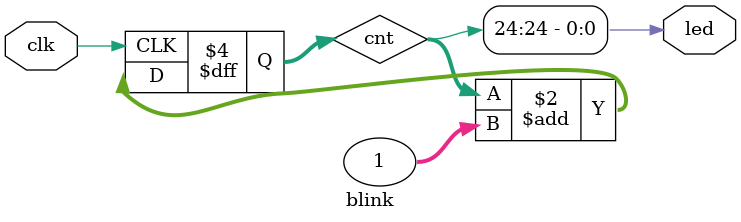
<source format=v>
/*
 * blink an LED on and off
 *
 */
module blink (clk, led);
    input wire clk;     /* 50 MHz input clock */
    output wire led;    /* output LED */
    reg [31:0] cnt;     /* 32-bit counter */

    initial begin
        cnt <= 32'b0; /* start at zero */
    end

    /*
     * 50 MHz = do the following 50,000,000 times per sec
     */
    always @(posedge clk) begin
        cnt <= cnt + 1;
    end

    /*
     * 2**32 is about 4.3 billion, so at 50 MHz, it will take 85 seconds to
     * overflow cnt.  2**24 is about 16.8 million though, so cnt[24] will
     * be 1 after 0.34 seconds.
     */
    assign led = cnt[24];
endmodule

</source>
